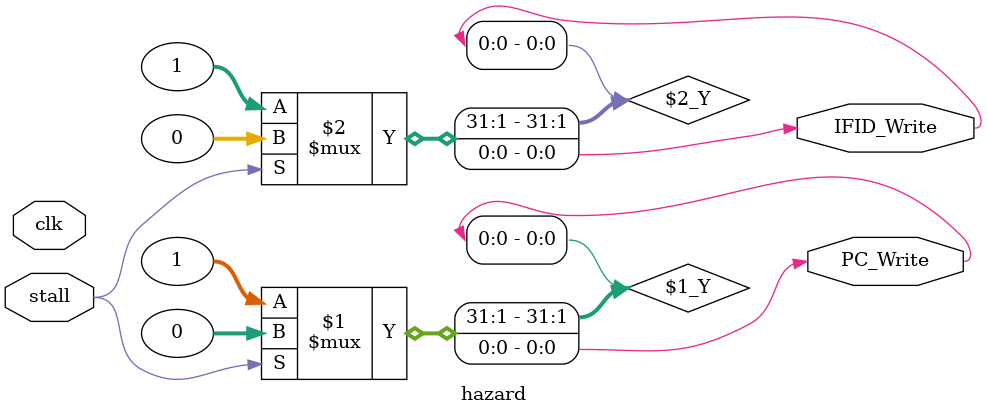
<source format=v>
`timescale 1ns/1ns
module hazard( clk, stall, PC_Write, IFID_Write );
  input clk, stall;
  output PC_Write, IFID_Write;

assign PC_Write = (stall) ? 0 : 1;
assign IFID_Write = (stall) ? 0 : 1;

endmodule
</source>
